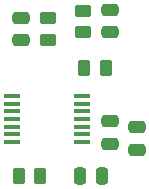
<source format=gtp>
%TF.GenerationSoftware,KiCad,Pcbnew,9.0.2*%
%TF.CreationDate,2025-06-16T21:16:06+02:00*%
%TF.ProjectId,W65C816 Latch,57363543-3831-4362-904c-617463682e6b,V1*%
%TF.SameCoordinates,Original*%
%TF.FileFunction,Paste,Top*%
%TF.FilePolarity,Positive*%
%FSLAX46Y46*%
G04 Gerber Fmt 4.6, Leading zero omitted, Abs format (unit mm)*
G04 Created by KiCad (PCBNEW 9.0.2) date 2025-06-16 21:16:06*
%MOMM*%
%LPD*%
G01*
G04 APERTURE LIST*
G04 Aperture macros list*
%AMRoundRect*
0 Rectangle with rounded corners*
0 $1 Rounding radius*
0 $2 $3 $4 $5 $6 $7 $8 $9 X,Y pos of 4 corners*
0 Add a 4 corners polygon primitive as box body*
4,1,4,$2,$3,$4,$5,$6,$7,$8,$9,$2,$3,0*
0 Add four circle primitives for the rounded corners*
1,1,$1+$1,$2,$3*
1,1,$1+$1,$4,$5*
1,1,$1+$1,$6,$7*
1,1,$1+$1,$8,$9*
0 Add four rect primitives between the rounded corners*
20,1,$1+$1,$2,$3,$4,$5,0*
20,1,$1+$1,$4,$5,$6,$7,0*
20,1,$1+$1,$6,$7,$8,$9,0*
20,1,$1+$1,$8,$9,$2,$3,0*%
G04 Aperture macros list end*
%ADD10RoundRect,0.250000X0.262500X0.450000X-0.262500X0.450000X-0.262500X-0.450000X0.262500X-0.450000X0*%
%ADD11RoundRect,0.250000X-0.475000X0.250000X-0.475000X-0.250000X0.475000X-0.250000X0.475000X0.250000X0*%
%ADD12RoundRect,0.250000X0.475000X-0.250000X0.475000X0.250000X-0.475000X0.250000X-0.475000X-0.250000X0*%
%ADD13RoundRect,0.250000X0.450000X-0.262500X0.450000X0.262500X-0.450000X0.262500X-0.450000X-0.262500X0*%
%ADD14R,1.475000X0.450000*%
%ADD15RoundRect,0.250000X-0.250000X-0.475000X0.250000X-0.475000X0.250000X0.475000X-0.250000X0.475000X0*%
G04 APERTURE END LIST*
D10*
%TO.C,R4*%
X8509000Y-4953000D03*
X10334000Y-4953000D03*
%TD*%
D11*
%TO.C,C5*%
X12954000Y-9988000D03*
X12954000Y-11888000D03*
%TD*%
D12*
%TO.C,C4*%
X10668000Y-1950000D03*
X10668000Y-50000D03*
%TD*%
D13*
%TO.C,R3*%
X8372000Y-1928500D03*
X8372000Y-103500D03*
%TD*%
D12*
%TO.C,C2*%
X3175000Y-685000D03*
X3175000Y-2585000D03*
%TD*%
D10*
%TO.C,R2*%
X2947500Y-14107000D03*
X4772500Y-14107000D03*
%TD*%
D14*
%TO.C,IC1*%
X8272000Y-7321000D03*
X8272000Y-7971000D03*
X8272000Y-8621000D03*
X8272000Y-9271000D03*
X8272000Y-9921000D03*
X8272000Y-10571000D03*
X8272000Y-11221000D03*
X2396000Y-11221000D03*
X2396000Y-10571000D03*
X2396000Y-9921000D03*
X2396000Y-9271000D03*
X2396000Y-8621000D03*
X2396000Y-7971000D03*
X2396000Y-7321000D03*
%TD*%
D11*
%TO.C,C1*%
X10668000Y-11380000D03*
X10668000Y-9480000D03*
%TD*%
D15*
%TO.C,C3*%
X10033000Y-14097000D03*
X8133000Y-14097000D03*
%TD*%
D13*
%TO.C,R1*%
X5451000Y-738500D03*
X5451000Y-2563500D03*
%TD*%
M02*

</source>
